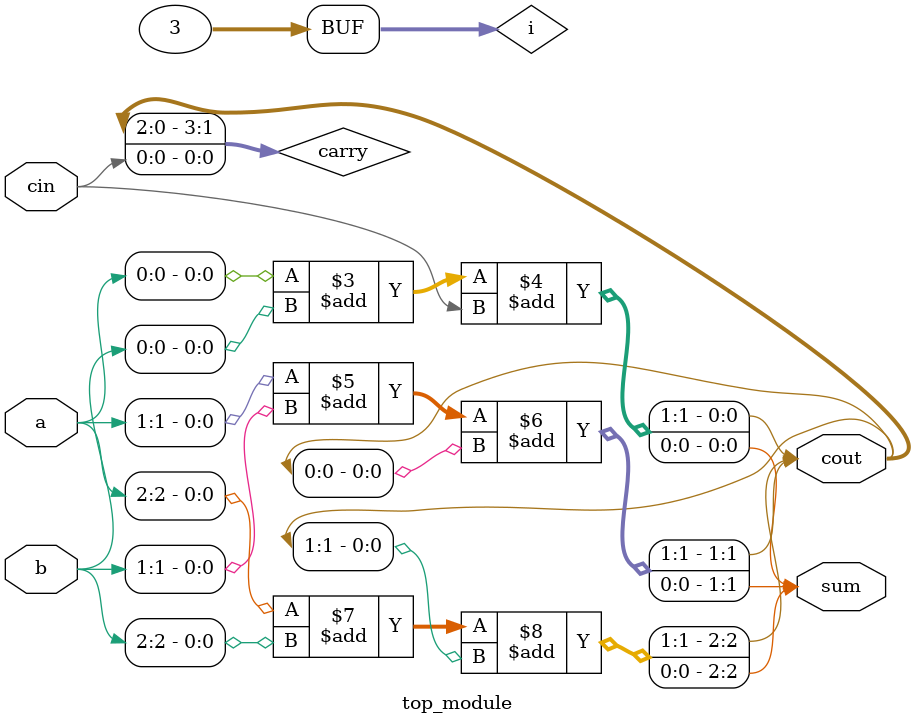
<source format=v>
module top_module( 
    input [2:0] a, b,
    input cin,
    output [2:0] cout,
    output [2:0] sum );
    reg[3:0] carry ;
    assign carry[0] = cin;
    integer i ;
    always @ ( * ) begin
        for ( i =0 ; i <= 2 ; i++ ) begin
            { carry[i+1] , sum[i] } = a[i] + b[i] + carry[i] ;
            cout[i] = carry[i+1];
        end
    end   
endmodule

</source>
